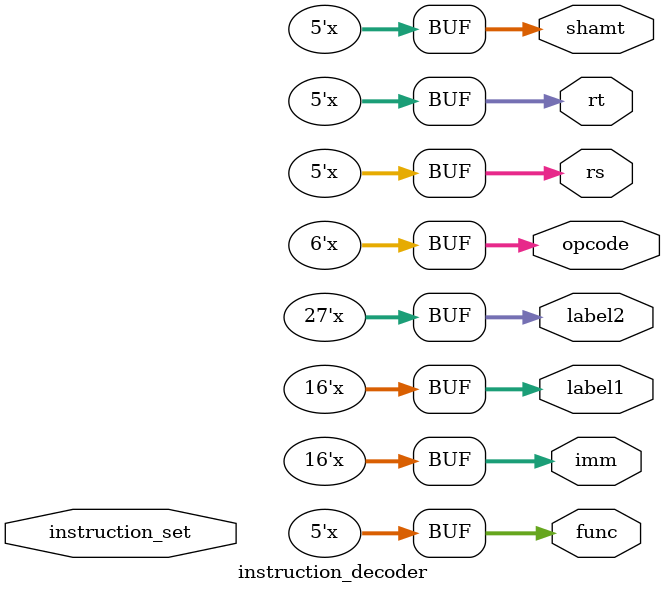
<source format=v>
`timescale 1ns / 1ps


module instruction_decoder (input [31:0] instruction_set, 
                            output [5:0] opcode,
                            output [4:0] rs,
                            output [4:0] rt,
                            output [4:0] shamt,
                            output [4:0] func,
                            output [15:0] imm,
                            output [15:0] label1,
                            output [26:0] label2);

    assign opcode = instruction[31:26];
    assign rs = instruction[25:21];
    assign rt = instruction[20:16];
    assign shamt = instruction[15:11];
    assign func = instruction[4:0];
    assign imm = instruction[15:0];
    assign label1 = instruction[15:0];
    assign label2 = instruction[26:0];
    
endmodule
</source>
